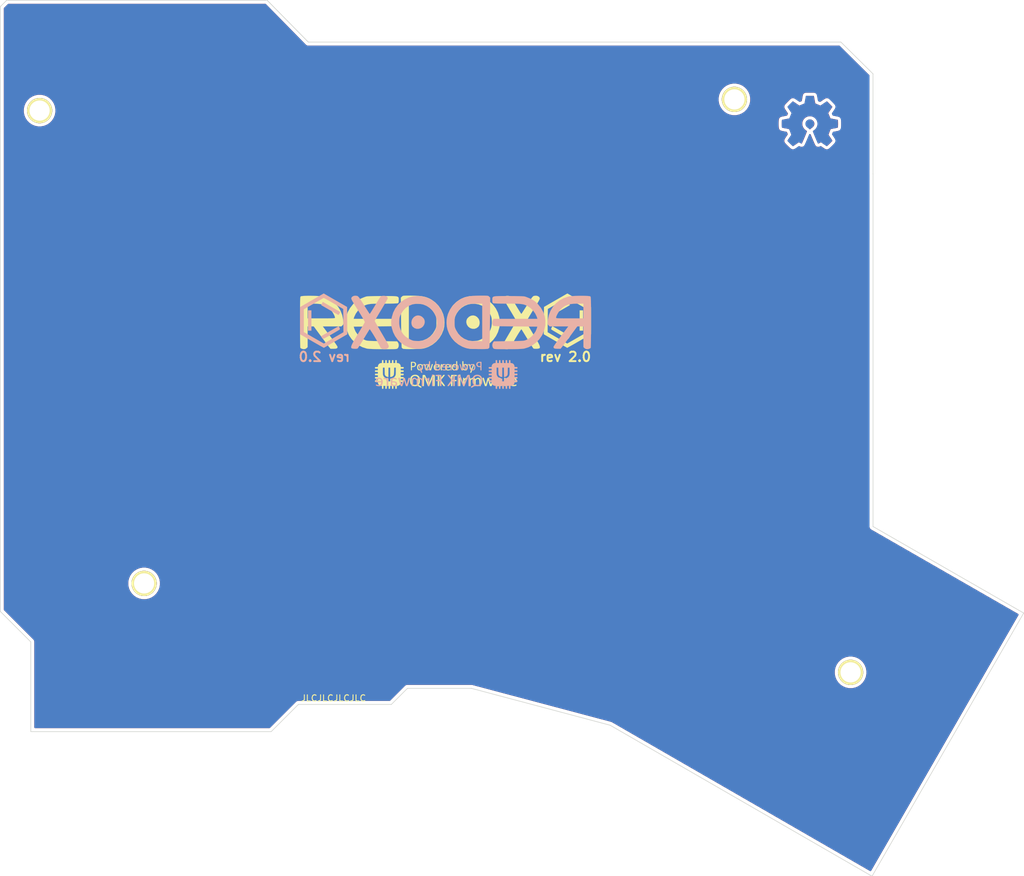
<source format=kicad_pcb>
(kicad_pcb (version 20171130) (host pcbnew "(5.1.5)-3")
  (title_block (title "Redox keyboard PCB") (date 2020-05-12) (rev "2.0 NG") (comment 1 "Modified by Nicolas Grondin") (comment 2 https://github.com/engee974/redox-keyboard) (comment 3 "designed by Mattia Dal Ben (aka u/TiaMaT102)") (comment 4 https://github.com/mattdibi/redox-keyboard))
  (layers (0 F.Cu signal hide) (31 B.Cu signal hide) (34 B.Paste user) (35 F.Paste user hide) (36 B.SilkS user) (37 F.SilkS user) (38 B.Mask user hide) (39 F.Mask user) (44 Edge.Cuts user))
  (net 0 "")
  (module redox_footprints:HOLE_M3 (layer F.Cu) (at 195.9 52.2)
    (fp_text reference H1 hide)
    (fp_text value MountingHole hide)
    (pad 1 thru_hole circle (at -0.061 0) (size 4 4) (drill 3.2) (layers *.Cu *.Mask F.SilkS))
  )
  (module redox_footprints:OSHW-Symbol_8.9x8mm_Copper (layer B.Cu) (at 207.8 55.65 180)
    (fp_text reference REF** hide)
    (fp_text value OSHW-Symbol_8.9x8mm_Copper hide)
    (fp_poly (pts (xy 0.746536 3.399573) (xy 0.859118 2.802382) (xy 1.274531 2.631135) (xy 1.689945 2.459888) (xy 2.188302 2.798767) (xy 2.327869 2.893123) (xy 2.454029 2.97737) (xy 2.560896 3.047662) (xy 2.642583 3.100153) (xy 2.693202 3.130996) (xy 2.706987 3.137647) (xy 2.731821 3.120542) (xy 2.784889 3.073256) (xy 2.860241 3.001828) (xy 2.95193 2.9123) (xy 3.054008 2.810711) (xy 3.160527 2.703102) (xy 3.265537 2.595513) (xy 3.363092 2.493985) (xy 3.447243 2.404559) (xy 3.512041 2.333274) (xy 3.551538 2.286172) (xy 3.560981 2.270408) (xy 3.547392 2.241347) (xy 3.509294 2.177679) (xy 3.450694 2.085633) (xy 3.375598 1.971436) (xy 3.288009 1.841316) (xy 3.237255 1.767099) (xy 3.144746 1.631578) (xy 3.062541 1.509284) (xy 2.994631 1.406305) (xy 2.945001 1.328727) (xy 2.917641 1.282639) (xy 2.91353 1.272953) (xy 2.92285 1.245426) (xy 2.948255 1.181272) (xy 2.985912 1.08951) (xy 3.031987 0.979161) (xy 3.082647 0.859245) (xy 3.13406 0.738781) (xy 3.18239 0.626791) (xy 3.223807 0.532293) (xy 3.254475 0.464308) (xy 3.270562 0.431857) (xy 3.271512 0.43058) (xy 3.296773 0.424383) (xy 3.364046 0.41056) (xy 3.466361 0.390468) (xy 3.596742 0.365466) (xy 3.748217 0.336914) (xy 3.836594 0.320449) (xy 3.998453 0.289631) (xy 4.14465 0.260306) (xy 4.267788 0.234079) (xy 4.36047 0.212554) (xy 4.415302 0.197335) (xy 4.426324 0.192507) (xy 4.437119 0.159826) (xy 4.44583 0.086015) (xy 4.452461 -0.020292) (xy 4.457019 -0.150467) (xy 4.45951 -0.295876) (xy 4.459939 -0.44789) (xy 4.458312 -0.597877) (xy 4.454636 -0.737206) (xy 4.448916 -0.857245) (xy 4.441158 -0.949365) (xy 4.431369 -1.004932) (xy 4.425497 -1.0165) (xy 4.3904 -1.030365) (xy 4.316029 -1.050188) (xy 4.212224 -1.073639) (xy 4.08882 -1.098391) (xy 4.045742 -1.106398) (xy 3.838048 -1.144441) (xy 3.673985 -1.175079) (xy 3.548131 -1.199529) (xy 3.455066 -1.219009) (xy 3.389368 -1.234736) (xy 3.345618 -1.247928) (xy 3.318393 -1.259804) (xy 3.302273 -1.27158) (xy 3.300018 -1.273908) (xy 3.277504 -1.3114) (xy 3.243159 -1.384365) (xy 3.200412 -1.483867) (xy 3.152693 -1.600973) (xy 3.103431 -1.726748) (xy 3.056056 -1.852257) (xy 3.013996 -1.968565) (xy 2.980681 -2.066739) (xy 2.959542 -2.137843) (xy 2.954006 -2.172942) (xy 2.954467 -2.174172) (xy 2.973224 -2.202861) (xy 3.015777 -2.265985) (xy 3.077654 -2.356973) (xy 3.154383 -2.469255) (xy 3.241492 -2.59626) (xy 3.266299 -2.632353) (xy 3.354753 -2.763203) (xy 3.432589 -2.882591) (xy 3.495567 -2.983662) (xy 3.539446 -3.059559) (xy 3.559986 -3.103427) (xy 3.560981 -3.108817) (xy 3.543723 -3.137144) (xy 3.496036 -3.193261) (xy 3.424051 -3.271137) (xy 3.333898 -3.36474) (xy 3.231706 -3.468041) (xy 3.123606 -3.575006) (xy 3.015729 -3.679606) (xy 2.914205 -3.775809) (xy 2.825163 -3.857584) (xy 2.754734 -3.9189) (xy 2.709048 -3.953726) (xy 2.69641 -3.959412) (xy 2.666992 -3.94602) (xy 2.606762 -3.909899) (xy 2.52553 -3.857136) (xy 2.463031 -3.814667) (xy 2.349786 -3.73674) (xy 2.215675 -3.644984) (xy 2.081156 -3.553375) (xy 2.008834 -3.504346) (xy 1.764039 -3.33877) (xy 1.558551 -3.449875) (xy 1.464937 -3.498548) (xy 1.385331 -3.536381) (xy 1.331468 -3.557958) (xy 1.317758 -3.560961) (xy 1.301271 -3.538793) (xy 1.268746 -3.476149) (xy 1.222609 -3.378809) (xy 1.165291 -3.252549) (xy 1.099217 -3.10315) (xy 1.026816 -2.936388) (xy 0.950517 -2.758042) (xy 0.872747 -2.573891) (xy 0.795935 -2.389712) (xy 0.722507 -2.211285) (xy 0.654893 -2.044387) (xy 0.595521 -1.894797) (xy 0.546817 -1.768293) (xy 0.511211 -1.670654) (xy 0.491131 -1.607657) (xy 0.487901 -1.586021) (xy 0.513497 -1.558424) (xy 0.569539 -1.513625) (xy 0.644312 -1.460934) (xy 0.650588 -1.456765) (xy 0.843846 -1.302069) (xy 0.999675 -1.121591) (xy 1.116725 -0.921102) (xy 1.193646 -0.706374) (xy 1.229087 -0.483177) (xy 1.221698 -0.257281) (xy 1.170128 -0.034459) (xy 1.073027 0.179521) (xy 1.044459 0.226336) (xy 0.895869 0.415382) (xy 0.720328 0.567188) (xy 0.523911 0.680966) (xy 0.312694 0.755925) (xy 0.092754 0.791278) (xy -0.129836 0.786233) (xy -0.348998 0.740001) (xy -0.558657 0.651794) (xy -0.752738 0.520821) (xy -0.812773 0.467663) (xy -0.965564 0.301261) (xy -1.076902 0.126088) (xy -1.153276 -0.070266) (xy -1.195812 -0.264717) (xy -1.206313 -0.483342) (xy -1.171299 -0.703052) (xy -1.094326 -0.91642) (xy -0.978952 -1.116022) (xy -0.828734 -1.294429) (xy -0.647226 -1.444217) (xy -0.623372 -1.460006) (xy -0.547798 -1.511712) (xy -0.490348 -1.556512) (xy -0.462882 -1.585117) (xy -0.462482 -1.586021) (xy -0.468379 -1.616964) (xy -0.491754 -1.687191) (xy -0.530178 -1.790925) (xy -0.581222 -1.92239) (xy -0.642457 -2.075807) (xy -0.711455 -2.245401) (xy -0.785786 -2.425393) (xy -0.863021 -2.610008) (xy -0.940731 -2.793468) (xy -1.016488 -2.969996) (xy -1.087862 -3.133814) (xy -1.152425 -3.279147) (xy -1.207747 -3.400217) (xy -1.251399 -3.491247) (xy -1.280953 -3.54646) (xy -1.292855 -3.560961) (xy -1.329222 -3.549669) (xy -1.397269 -3.519385) (xy -1.485263 -3.47552) (xy -1.533649 -3.449875) (xy -1.739136 -3.33877) (xy -1.983931 -3.504346) (xy -2.108893 -3.58917) (xy -2.245704 -3.682516) (xy -2.373911 -3.770408) (xy -2.438128 -3.814667) (xy -2.528448 -3.875318) (xy -2.604928 -3.923381) (xy -2.657592 -3.95277) (xy -2.674697 -3.958982) (xy -2.699594 -3.942223) (xy -2.754694 -3.895436) (xy -2.834656 -3.82348) (xy -2.934139 -3.731212) (xy -3.047799 -3.62349) (xy -3.119684 -3.554326) (xy -3.245448 -3.430757) (xy -3.354136 -3.320234) (xy -3.441354 -3.227485) (xy -3.50271 -3.157237) (xy -3.533808 -3.11422) (xy -3.536791 -3.10549) (xy -3.522946 -3.072284) (xy -3.484687 -3.005142) (xy -3.426258 -2.910863) (xy -3.351902 -2.796245) (xy -3.265864 -2.668083) (xy -3.241397 -2.632353) (xy -3.152245 -2.502489) (xy -3.072261 -2.385569) (xy -3.005919 -2.288162) (xy -2.957688 -2.216839) (xy -2.932042 -2.17817) (xy -2.929564 -2.174172) (xy -2.93327 -2.143355) (xy -2.952938 -2.075599) (xy -2.985139 -1.979839) (xy -3.026444 -1.865009) (xy -3.073424 -1.740044) (xy -3.12265 -1.613879) (xy -3.170691 -1.495448) (xy -3.214118 -1.393685) (xy -3.249503 -1.317526) (xy -3.273415 -1.275904) (xy -3.275115 -1.273908) (xy -3.289737 -1.262013) (xy -3.314434 -1.25025) (xy -3.354627 -1.237401) (xy -3.415736 -1.222249) (xy -3.503182 -1.203576) (xy -3.622387 -1.180165) (xy -3.778772 -1.150797) (xy -3.977756 -1.114255) (xy -4.020839 -1.106398) (xy -4.148529 -1.081727) (xy -4.259846 -1.057593) (xy -4.344954 -1.036324) (xy -4.394016 -1.020248) (xy -4.400594 -1.0165) (xy -4.411435 -0.983273) (xy -4.420246 -0.909021) (xy -4.427023 -0.802376) (xy -4.431759 -0.671967) (xy -4.434449 -0.526427) (xy -4.435086 -0.374386) (xy -4.433665 -0.224476) (xy -4.430179 -0.085328) (xy -4.424623 0.034428) (xy -4.416991 0.126159) (xy -4.407277 0.181234) (xy -4.401421 0.192507) (xy -4.368819 0.203877) (xy -4.294581 0.222376) (xy -4.186103 0.246398) (xy -4.050782 0.274338) (xy -3.896014 0.304592) (xy -3.811692 0.320449) (xy -3.651703 0.350356) (xy -3.509032 0.37745) (xy -3.390651 0.400369) (xy -3.303534 0.417757) (xy -3.254654 0.428253) (xy -3.246609 0.43058) (xy -3.233012 0.456814) (xy -3.20427 0.520005) (xy -3.164214 0.611123) (xy -3.116675 0.721143) (xy -3.065484 0.841035) (xy -3.014473 0.961773) (xy -2.967473 1.074329) (xy -2.928315 1.169674) (xy -2.90083 1.238783) (xy -2.88885 1.272626) (xy -2.888627 1.274105) (xy -2.902208 1.300803) (xy -2.940284 1.36224) (xy -2.998852 1.452311) (xy -3.073911 1.56491) (xy -3.161459 1.69393) (xy -3.212352 1.768039) (xy -3.30509 1.903923) (xy -3.387458 2.027291) (xy -3.455438 2.131903) (xy -3.505011 2.211517) (xy -3.532157 2.259893) (xy -3.536078 2.270738) (xy -3.519224 2.29598) (xy -3.472631 2.349876) (xy -3.402251 2.426387) (xy -3.314034 2.519477) (xy -3.213934 2.623105) (xy -3.107901 2.731236) (xy -3.001888 2.83783) (xy -2.901847 2.93685) (xy -2.813729 3.022258) (xy -2.743486 3.088015) (xy -2.697071 3.128084) (xy -2.681543 3.137647) (xy -2.65626 3.1242) (xy -2.595788 3.086425) (xy -2.506007 3.028165) (xy -2.392796 2.953266) (xy -2.262036 2.865575) (xy -2.1634 2.798767) (xy -1.665042 2.459888) (xy -1.249629 2.631135) (xy -0.834215 2.802382) (xy -0.721633 3.399573) (xy -0.60905 3.996765) (xy 0.633953 3.996765) (xy 0.746536 3.399573)) (layer B.Cu) (width 0.01))
  )
  (module redox_footprints:OSHW-Symbol_8.9x8mm_Copper (layer F.Cu) (at 207.8 55.65)
    (fp_text reference REF** hide)
    (fp_text value OSHW-Symbol_8.9x8mm_Copper hide)
    (fp_poly (pts (xy 0.746536 -3.399573) (xy 0.859118 -2.802382) (xy 1.274531 -2.631135) (xy 1.689945 -2.459888) (xy 2.188302 -2.798767) (xy 2.327869 -2.893123) (xy 2.454029 -2.97737) (xy 2.560896 -3.047662) (xy 2.642583 -3.100153) (xy 2.693202 -3.130996) (xy 2.706987 -3.137647) (xy 2.731821 -3.120542) (xy 2.784889 -3.073256) (xy 2.860241 -3.001828) (xy 2.95193 -2.9123) (xy 3.054008 -2.810711) (xy 3.160527 -2.703102) (xy 3.265537 -2.595513) (xy 3.363092 -2.493985) (xy 3.447243 -2.404559) (xy 3.512041 -2.333274) (xy 3.551538 -2.286172) (xy 3.560981 -2.270408) (xy 3.547392 -2.241347) (xy 3.509294 -2.177679) (xy 3.450694 -2.085633) (xy 3.375598 -1.971436) (xy 3.288009 -1.841316) (xy 3.237255 -1.767099) (xy 3.144746 -1.631578) (xy 3.062541 -1.509284) (xy 2.994631 -1.406305) (xy 2.945001 -1.328727) (xy 2.917641 -1.282639) (xy 2.91353 -1.272953) (xy 2.92285 -1.245426) (xy 2.948255 -1.181272) (xy 2.985912 -1.08951) (xy 3.031987 -0.979161) (xy 3.082647 -0.859245) (xy 3.13406 -0.738781) (xy 3.18239 -0.626791) (xy 3.223807 -0.532293) (xy 3.254475 -0.464308) (xy 3.270562 -0.431857) (xy 3.271512 -0.43058) (xy 3.296773 -0.424383) (xy 3.364046 -0.41056) (xy 3.466361 -0.390468) (xy 3.596742 -0.365466) (xy 3.748217 -0.336914) (xy 3.836594 -0.320449) (xy 3.998453 -0.289631) (xy 4.14465 -0.260306) (xy 4.267788 -0.234079) (xy 4.36047 -0.212554) (xy 4.415302 -0.197335) (xy 4.426324 -0.192507) (xy 4.437119 -0.159826) (xy 4.44583 -0.086015) (xy 4.452461 0.020292) (xy 4.457019 0.150467) (xy 4.45951 0.295876) (xy 4.459939 0.44789) (xy 4.458312 0.597877) (xy 4.454636 0.737206) (xy 4.448916 0.857245) (xy 4.441158 0.949365) (xy 4.431369 1.004932) (xy 4.425497 1.0165) (xy 4.3904 1.030365) (xy 4.316029 1.050188) (xy 4.212224 1.073639) (xy 4.08882 1.098391) (xy 4.045742 1.106398) (xy 3.838048 1.144441) (xy 3.673985 1.175079) (xy 3.548131 1.199529) (xy 3.455066 1.219009) (xy 3.389368 1.234736) (xy 3.345618 1.247928) (xy 3.318393 1.259804) (xy 3.302273 1.27158) (xy 3.300018 1.273908) (xy 3.277504 1.3114) (xy 3.243159 1.384365) (xy 3.200412 1.483867) (xy 3.152693 1.600973) (xy 3.103431 1.726748) (xy 3.056056 1.852257) (xy 3.013996 1.968565) (xy 2.980681 2.066739) (xy 2.959542 2.137843) (xy 2.954006 2.172942) (xy 2.954467 2.174172) (xy 2.973224 2.202861) (xy 3.015777 2.265985) (xy 3.077654 2.356973) (xy 3.154383 2.469255) (xy 3.241492 2.59626) (xy 3.266299 2.632353) (xy 3.354753 2.763203) (xy 3.432589 2.882591) (xy 3.495567 2.983662) (xy 3.539446 3.059559) (xy 3.559986 3.103427) (xy 3.560981 3.108817) (xy 3.543723 3.137144) (xy 3.496036 3.193261) (xy 3.424051 3.271137) (xy 3.333898 3.36474) (xy 3.231706 3.468041) (xy 3.123606 3.575006) (xy 3.015729 3.679606) (xy 2.914205 3.775809) (xy 2.825163 3.857584) (xy 2.754734 3.9189) (xy 2.709048 3.953726) (xy 2.69641 3.959412) (xy 2.666992 3.94602) (xy 2.606762 3.909899) (xy 2.52553 3.857136) (xy 2.463031 3.814667) (xy 2.349786 3.73674) (xy 2.215675 3.644984) (xy 2.081156 3.553375) (xy 2.008834 3.504346) (xy 1.764039 3.33877) (xy 1.558551 3.449875) (xy 1.464937 3.498548) (xy 1.385331 3.536381) (xy 1.331468 3.557958) (xy 1.317758 3.560961) (xy 1.301271 3.538793) (xy 1.268746 3.476149) (xy 1.222609 3.378809) (xy 1.165291 3.252549) (xy 1.099217 3.10315) (xy 1.026816 2.936388) (xy 0.950517 2.758042) (xy 0.872747 2.573891) (xy 0.795935 2.389712) (xy 0.722507 2.211285) (xy 0.654893 2.044387) (xy 0.595521 1.894797) (xy 0.546817 1.768293) (xy 0.511211 1.670654) (xy 0.491131 1.607657) (xy 0.487901 1.586021) (xy 0.513497 1.558424) (xy 0.569539 1.513625) (xy 0.644312 1.460934) (xy 0.650588 1.456765) (xy 0.843846 1.302069) (xy 0.999675 1.121591) (xy 1.116725 0.921102) (xy 1.193646 0.706374) (xy 1.229087 0.483177) (xy 1.221698 0.257281) (xy 1.170128 0.034459) (xy 1.073027 -0.179521) (xy 1.044459 -0.226336) (xy 0.895869 -0.415382) (xy 0.720328 -0.567188) (xy 0.523911 -0.680966) (xy 0.312694 -0.755925) (xy 0.092754 -0.791278) (xy -0.129836 -0.786233) (xy -0.348998 -0.740001) (xy -0.558657 -0.651794) (xy -0.752738 -0.520821) (xy -0.812773 -0.467663) (xy -0.965564 -0.301261) (xy -1.076902 -0.126088) (xy -1.153276 0.070266) (xy -1.195812 0.264717) (xy -1.206313 0.483342) (xy -1.171299 0.703052) (xy -1.094326 0.91642) (xy -0.978952 1.116022) (xy -0.828734 1.294429) (xy -0.647226 1.444217) (xy -0.623372 1.460006) (xy -0.547798 1.511712) (xy -0.490348 1.556512) (xy -0.462882 1.585117) (xy -0.462482 1.586021) (xy -0.468379 1.616964) (xy -0.491754 1.687191) (xy -0.530178 1.790925) (xy -0.581222 1.92239) (xy -0.642457 2.075807) (xy -0.711455 2.245401) (xy -0.785786 2.425393) (xy -0.863021 2.610008) (xy -0.940731 2.793468) (xy -1.016488 2.969996) (xy -1.087862 3.133814) (xy -1.152425 3.279147) (xy -1.207747 3.400217) (xy -1.251399 3.491247) (xy -1.280953 3.54646) (xy -1.292855 3.560961) (xy -1.329222 3.549669) (xy -1.397269 3.519385) (xy -1.485263 3.47552) (xy -1.533649 3.449875) (xy -1.739136 3.33877) (xy -1.983931 3.504346) (xy -2.108893 3.58917) (xy -2.245704 3.682516) (xy -2.373911 3.770408) (xy -2.438128 3.814667) (xy -2.528448 3.875318) (xy -2.604928 3.923381) (xy -2.657592 3.95277) (xy -2.674697 3.958982) (xy -2.699594 3.942223) (xy -2.754694 3.895436) (xy -2.834656 3.82348) (xy -2.934139 3.731212) (xy -3.047799 3.62349) (xy -3.119684 3.554326) (xy -3.245448 3.430757) (xy -3.354136 3.320234) (xy -3.441354 3.227485) (xy -3.50271 3.157237) (xy -3.533808 3.11422) (xy -3.536791 3.10549) (xy -3.522946 3.072284) (xy -3.484687 3.005142) (xy -3.426258 2.910863) (xy -3.351902 2.796245) (xy -3.265864 2.668083) (xy -3.241397 2.632353) (xy -3.152245 2.502489) (xy -3.072261 2.385569) (xy -3.005919 2.288162) (xy -2.957688 2.216839) (xy -2.932042 2.17817) (xy -2.929564 2.174172) (xy -2.93327 2.143355) (xy -2.952938 2.075599) (xy -2.985139 1.979839) (xy -3.026444 1.865009) (xy -3.073424 1.740044) (xy -3.12265 1.613879) (xy -3.170691 1.495448) (xy -3.214118 1.393685) (xy -3.249503 1.317526) (xy -3.273415 1.275904) (xy -3.275115 1.273908) (xy -3.289737 1.262013) (xy -3.314434 1.25025) (xy -3.354627 1.237401) (xy -3.415736 1.222249) (xy -3.503182 1.203576) (xy -3.622387 1.180165) (xy -3.778772 1.150797) (xy -3.977756 1.114255) (xy -4.020839 1.106398) (xy -4.148529 1.081727) (xy -4.259846 1.057593) (xy -4.344954 1.036324) (xy -4.394016 1.020248) (xy -4.400594 1.0165) (xy -4.411435 0.983273) (xy -4.420246 0.909021) (xy -4.427023 0.802376) (xy -4.431759 0.671967) (xy -4.434449 0.526427) (xy -4.435086 0.374386) (xy -4.433665 0.224476) (xy -4.430179 0.085328) (xy -4.424623 -0.034428) (xy -4.416991 -0.126159) (xy -4.407277 -0.181234) (xy -4.401421 -0.192507) (xy -4.368819 -0.203877) (xy -4.294581 -0.222376) (xy -4.186103 -0.246398) (xy -4.050782 -0.274338) (xy -3.896014 -0.304592) (xy -3.811692 -0.320449) (xy -3.651703 -0.350356) (xy -3.509032 -0.37745) (xy -3.390651 -0.400369) (xy -3.303534 -0.417757) (xy -3.254654 -0.428253) (xy -3.246609 -0.43058) (xy -3.233012 -0.456814) (xy -3.20427 -0.520005) (xy -3.164214 -0.611123) (xy -3.116675 -0.721143) (xy -3.065484 -0.841035) (xy -3.014473 -0.961773) (xy -2.967473 -1.074329) (xy -2.928315 -1.169674) (xy -2.90083 -1.238783) (xy -2.88885 -1.272626) (xy -2.888627 -1.274105) (xy -2.902208 -1.300803) (xy -2.940284 -1.36224) (xy -2.998852 -1.452311) (xy -3.073911 -1.56491) (xy -3.161459 -1.69393) (xy -3.212352 -1.768039) (xy -3.30509 -1.903923) (xy -3.387458 -2.027291) (xy -3.455438 -2.131903) (xy -3.505011 -2.211517) (xy -3.532157 -2.259893) (xy -3.536078 -2.270738) (xy -3.519224 -2.29598) (xy -3.472631 -2.349876) (xy -3.402251 -2.426387) (xy -3.314034 -2.519477) (xy -3.213934 -2.623105) (xy -3.107901 -2.731236) (xy -3.001888 -2.83783) (xy -2.901847 -2.93685) (xy -2.813729 -3.022258) (xy -2.743486 -3.088015) (xy -2.697071 -3.128084) (xy -2.681543 -3.137647) (xy -2.65626 -3.1242) (xy -2.595788 -3.086425) (xy -2.506007 -3.028165) (xy -2.392796 -2.953266) (xy -2.262036 -2.865575) (xy -2.1634 -2.798767) (xy -1.665042 -2.459888) (xy -1.249629 -2.631135) (xy -0.834215 -2.802382) (xy -0.721633 -3.399573) (xy -0.60905 -3.996765) (xy 0.633953 -3.996765) (xy 0.746536 -3.399573)) (layer F.Cu) (width 0.01))
  )
  (module redox_footprints:redox-logo (layer B.Cu) (at 150.0565 87.5085 180)
    (fp_text reference REDOX_BOTTOM hide)
    (fp_text value LOGO hide)
  )
  (module redox_footprints:redox-logo (layer F.Cu) (at 150.0565 87.5085)
    (fp_text reference REDOX_FRONT hide)
    (fp_text value LOGO hide)
  )
  (module redox_footprints:qmk-badge (layer B.Cu) (at 150.164 95.7835 180)
    (fp_text reference QMK_BOTTOM hide)
    (fp_text value LOGO hide)
  )
  (module redox_footprints:qmk-badge (layer F.Cu) (at 150.164 95.7835)
    (fp_text reference QMK_FRONT hide)
    (fp_text value LOGO hide)
  )
  (module redox_footprints:HOLE_M3 (layer F.Cu) (at 102.6 77.5)
    (fp_text reference H2 hide)
    (fp_text value MountingHole hide)
    (pad 1 thru_hole circle (at -16.875 -23.525) (size 4 4) (drill 3.2) (layers *.Cu *.Mask F.SilkS))
  )
  (module redox_footprints:HOLE_M3 (layer F.Cu) (at 102.235 129.794)
    (fp_text reference H3 hide)
    (fp_text value MountingHole hide)
    (pad 1 thru_hole circle (at 0.052 -0.889) (size 4 4) (drill 3.2) (layers *.Cu *.Mask F.SilkS))
  )
  (module redox_footprints:HOLE_M3 (layer F.Cu) (at 214.249 143.002)
    (fp_text reference H4 hide)
    (fp_text value MountingHole hide)
    (pad 1 thru_hole circle (at 0 0) (size 4 4) (drill 3.2) (layers *.Cu *.Mask F.SilkS))
  )
  (gr_text "rev 2.0" (at 169.0535 93.0005) (layer F.SilkS) (effects (font (size 1.5 1.5) (thickness 0.3))))
  (gr_line (start 79.5 37.5) (end 80.5 36.5) (layer Edge.Cuts) (width 0.1))
  (gr_line (start 217.8 48.15) (end 212.72 43.12) (layer Edge.Cuts) (width 0.1))
  (gr_text JLCJLCJLCJLC (at 132.3 147.1) (layer F.SilkS) (effects (font (size 1 1))))
  (gr_text "rev 2.0" (at 130.8535 93.0005) (layer B.SilkS) (effects (font (size 1.5 1.5) (thickness 0.3)) (justify mirror)))
  (gr_line (start 121.8 36.5035) (end 128.31 43.12) (layer Edge.Cuts) (width 0.11))
  (gr_line (start 80.5 36.5) (end 121.8 36.5) (layer Edge.Cuts) (width 0.1))
  (gr_line (start 122.428 152.4) (end 126.746 148.082) (angle 90) (layer Edge.Cuts) (width 0.1))
  (gr_line (start 141.478 148.082) (end 144.018 145.542) (angle 90) (layer Edge.Cuts) (width 0.1))
  (gr_line (start 212.72 43.12) (end 128.31 43.12) (angle 90) (layer Edge.Cuts) (width 0.1))
  (gr_line (start 217.8 48.15) (end 217.8 64.008) (angle 90) (layer Edge.Cuts) (width 0.1))
  (gr_line (start 79.5 37.5) (end 79.5 57.2) (angle 90) (layer Edge.Cuts) (width 0.1))
  (gr_line (start 154.178 145.542) (end 144.018 145.542) (angle 90) (layer Edge.Cuts) (width 0.1))
  (gr_line (start 217.805 119.888) (end 241.681 133.604) (angle 90) (layer Edge.Cuts) (width 0.1))
  (gr_line (start 217.805 64.008) (end 217.805 119.888) (angle 90) (layer Edge.Cuts) (width 0.1))
  (gr_line (start 217.678 175.26) (end 241.681 133.604) (angle 90) (layer Edge.Cuts) (width 0.1))
  (gr_line (start 217.551 175.26) (end 217.678 175.26) (angle 90) (layer Edge.Cuts) (width 0.1))
  (gr_line (start 176.149 151.384) (end 154.178 145.542) (angle 90) (layer Edge.Cuts) (width 0.1))
  (gr_line (start 217.551 175.26) (end 176.149 151.384) (angle 90) (layer Edge.Cuts) (width 0.1))
  (gr_line (start 126.746 148.082) (end 141.478 148.082) (angle 90) (layer Edge.Cuts) (width 0.1))
  (gr_line (start 84.328 152.4) (end 122.428 152.4) (angle 90) (layer Edge.Cuts) (width 0.1))
  (gr_line (start 84.328 138.176) (end 84.328 152.4) (angle 90) (layer Edge.Cuts) (width 0.1))
  (gr_line (start 79.502 133.35) (end 84.328 138.176) (angle 90) (layer Edge.Cuts) (width 0.1))
  (gr_line (start 79.5 57.2) (end 79.502 133.35) (angle 90) (layer Edge.Cuts) (width 0.1))
  (zone (net 0) (net_name "") (layer F.Cu) (connect_pads (clearance 0.508)) (min_thickness 0.254) (fill yes (arc_segments 32) (thermal_gap 0.508) (thermal_bridge_width 0.508))
    (polygon (pts (xy 217.805 48.15) (xy 217.805 119.888) (xy 241.681 133.604) (xy 217.678 175.26) (xy 217.551 175.26) (xy 176.149 151.384) (xy 154.178 145.542) (xy 144.018 145.542) (xy 141.478 148.082) (xy 126.746 148.082) (xy 122.428 152.4) (xy 84.328 152.4) (xy 84.328 138.049) (xy 79.502 133.35) (xy 79.5 37.5) (xy 80.5 36.5) (xy 121.8 36.5) (xy 128.3 43.1) (xy 212.7 43.1)))
  )
  (zone (net 0) (net_name "") (layer B.Cu) (connect_pads (clearance 0.508)) (min_thickness 0.254) (fill yes (arc_segments 32) (thermal_gap 0.508) (thermal_bridge_width 0.508))
    (polygon (pts (xy 217.805 48.15) (xy 217.805 119.888) (xy 241.681 133.604) (xy 217.678 175.26) (xy 217.551 175.26) (xy 176.149 151.384) (xy 154.178 145.542) (xy 144.018 145.542) (xy 141.478 148.082) (xy 126.746 148.082) (xy 122.428 152.4) (xy 84.328 152.4) (xy 84.328 138.176) (xy 79.502 133.35) (xy 79.5 37.5) (xy 80.5 36.5) (xy 121.8 36.5) (xy 128.3 43.1) (xy 212.7 43.1)))
  )
)
</source>
